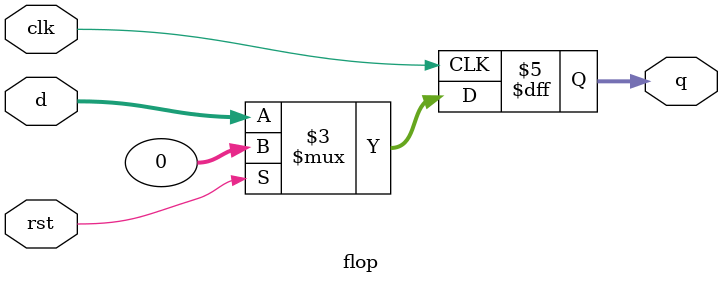
<source format=sv>
module flop(
    input  logic        clk,
    input  logic        rst,
    input  logic [31:0] d,
    output logic [31:0] q);

    // Register Flipflop
    always_ff @(posedge clk)
        if (rst) q <= 32'b0;
        else q <= d;

endmodule

</source>
